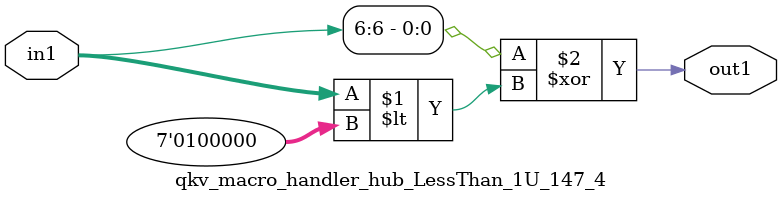
<source format=v>

`timescale 1ps / 1ps


module qkv_macro_handler_hub_LessThan_1U_147_4( in1, out1 );

    input [6:0] in1;
    output out1;

    
    // rtl_process:qkv_macro_handler_hub_LessThan_1U_147_4/qkv_macro_handler_hub_LessThan_1U_147_4_thread_1
    assign out1 = (in1[6] ^ in1 < 7'd032);

endmodule


</source>
